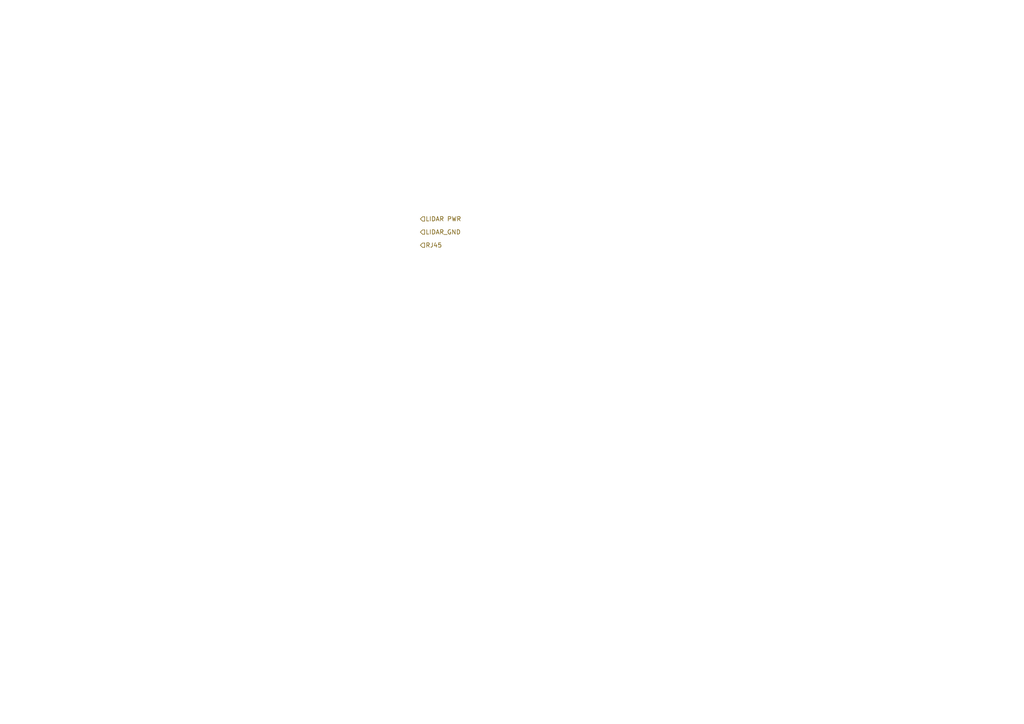
<source format=kicad_sch>
(kicad_sch (version 20230121) (generator eeschema)
  (paper "A4")
  (lib_symbols)
  (hierarchical_label "RJ45" (shape input) (at 121.92 71.12 0))
  (hierarchical_label "LIDAR PWR" (shape input) (at 121.92 63.5 0))
  (hierarchical_label "LIDAR_GND" (shape input) (at 121.92 67.31 0))
)
</source>
